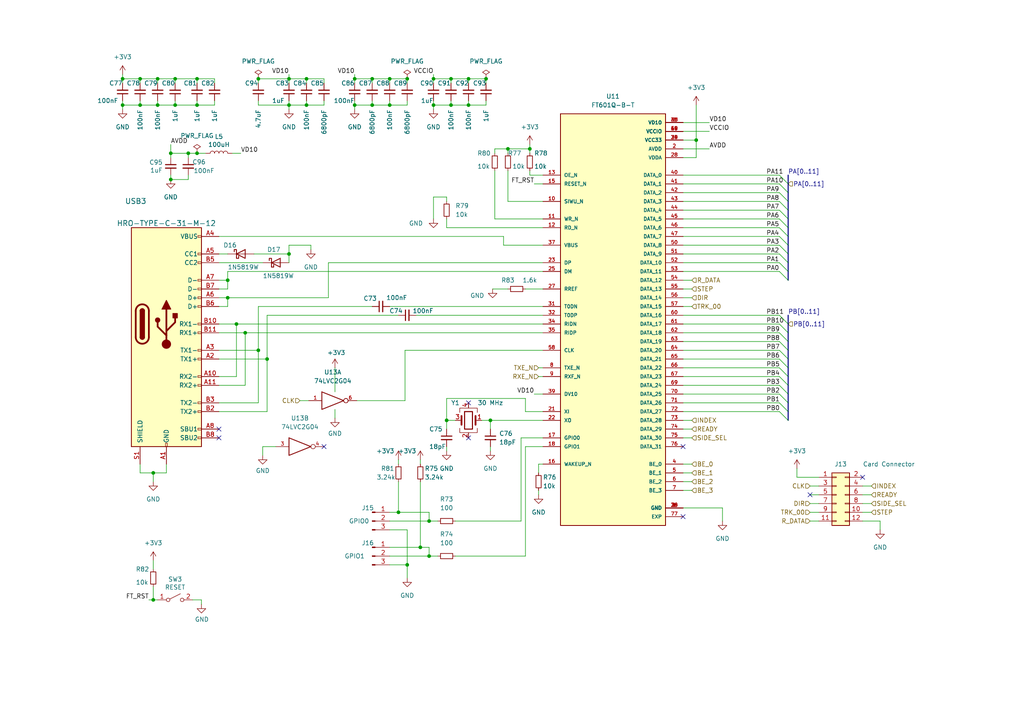
<source format=kicad_sch>
(kicad_sch (version 20211123) (generator eeschema)
  (paper "A4")
  (lib_symbols
    (symbol "74xGxx:74LVC2G04" (pin_names (offset 1.016))
      (property "Reference" "U" (at -2.54 3.81 0))
      (property "Value" "74LVC2G04" (at 0 -3.81 0))
      (symbol "74LVC2G04_0_1"
        (pin power_in line (at 0 -2.54 270) (length 0) hide (name "GND") (number "2"))
        (pin power_in line (at 0 2.54 90) (length 0) hide (name "VCC") (number "5"))
      )
      (symbol "74LVC2G04_1_1"
        (pin input line (at -7.62 0 0) (length 3.81) (name "~") (number "1"))
        (pin output inverted (at 6.35 0 180) (length 3.81) (name "~") (number "6"))
      )
      (symbol "74LVC2G04_2_1"
        (pin input line (at -7.62 0 0) (length 3.81) (name "~") (number "3"))
        (pin output inverted (at 6.35 0 180) (length 3.81) (name "~") (number "4"))
      )
    )
    (symbol "Connector:Conn_01x03_Male" (pin_names (offset 1.016) hide)
      (property "Reference" "J" (at 0 5.08 0))
      (property "Value" "Conn_01x03_Male" (at 0 -5.08 0))
      (symbol "Conn_01x03_Male_1_1"
        (pin passive line (at 5.08 2.54 180) (length 3.81) (name "Pin_1") (number "1"))
        (pin passive line (at 5.08 0 180) (length 3.81) (name "Pin_2") (number "2"))
        (pin passive line (at 5.08 -2.54 180) (length 3.81) (name "Pin_3") (number "3"))
      )
    )
    (symbol "Connector:USB_C_Receptacle" (pin_names (offset 1.016))
      (property "Reference" "J" (at -10.16 29.21 0))
      (property "Value" "USB_C_Receptacle" (at 10.16 29.21 0))
      (symbol "USB_C_Receptacle_1_1"
        (pin passive line (at 0 -40.64 90) (length 5.08) (name "GND") (number "A1"))
        (pin bidirectional line (at 15.24 -15.24 180) (length 5.08) (name "RX2-") (number "A10"))
        (pin bidirectional line (at 15.24 -17.78 180) (length 5.08) (name "RX2+") (number "A11"))
        (pin passive line (at 0 -40.64 90) (length 5.08) hide (name "GND") (number "A12"))
        (pin bidirectional line (at 15.24 -10.16 180) (length 5.08) (name "TX1+") (number "A2"))
        (pin bidirectional line (at 15.24 -7.62 180) (length 5.08) (name "TX1-") (number "A3"))
        (pin passive line (at 15.24 25.4 180) (length 5.08) (name "VBUS") (number "A4"))
        (pin bidirectional line (at 15.24 20.32 180) (length 5.08) (name "CC1") (number "A5"))
        (pin bidirectional line (at 15.24 7.62 180) (length 5.08) (name "D+") (number "A6"))
        (pin bidirectional line (at 15.24 12.7 180) (length 5.08) (name "D-") (number "A7"))
        (pin bidirectional line (at 15.24 -30.48 180) (length 5.08) (name "SBU1") (number "A8"))
        (pin passive line (at 15.24 25.4 180) (length 5.08) hide (name "VBUS") (number "A9"))
        (pin passive line (at 0 -40.64 90) (length 5.08) hide (name "GND") (number "B1"))
        (pin bidirectional line (at 15.24 0 180) (length 5.08) (name "RX1-") (number "B10"))
        (pin bidirectional line (at 15.24 -2.54 180) (length 5.08) (name "RX1+") (number "B11"))
        (pin passive line (at 0 -40.64 90) (length 5.08) hide (name "GND") (number "B12"))
        (pin bidirectional line (at 15.24 -25.4 180) (length 5.08) (name "TX2+") (number "B2"))
        (pin bidirectional line (at 15.24 -22.86 180) (length 5.08) (name "TX2-") (number "B3"))
        (pin passive line (at 15.24 25.4 180) (length 5.08) hide (name "VBUS") (number "B4"))
        (pin bidirectional line (at 15.24 17.78 180) (length 5.08) (name "CC2") (number "B5"))
        (pin bidirectional line (at 15.24 5.08 180) (length 5.08) (name "D+") (number "B6"))
        (pin bidirectional line (at 15.24 10.16 180) (length 5.08) (name "D-") (number "B7"))
        (pin bidirectional line (at 15.24 -33.02 180) (length 5.08) (name "SBU2") (number "B8"))
        (pin passive line (at 15.24 25.4 180) (length 5.08) hide (name "VBUS") (number "B9"))
        (pin passive line (at -7.62 -40.64 90) (length 5.08) (name "SHIELD") (number "S1"))
      )
    )
    (symbol "Connector_Generic:Conn_02x06_Odd_Even" (pin_names (offset 1.016) hide)
      (property "Reference" "J" (at 1.27 7.62 0))
      (property "Value" "Conn_02x06_Odd_Even" (at 1.27 -10.16 0))
      (symbol "Conn_02x06_Odd_Even_1_1"
        (pin passive line (at -5.08 5.08 0) (length 3.81) (name "Pin_1") (number "1"))
        (pin passive line (at 7.62 -5.08 180) (length 3.81) (name "Pin_10") (number "10"))
        (pin passive line (at -5.08 -7.62 0) (length 3.81) (name "Pin_11") (number "11"))
        (pin passive line (at 7.62 -7.62 180) (length 3.81) (name "Pin_12") (number "12"))
        (pin passive line (at 7.62 5.08 180) (length 3.81) (name "Pin_2") (number "2"))
        (pin passive line (at -5.08 2.54 0) (length 3.81) (name "Pin_3") (number "3"))
        (pin passive line (at 7.62 2.54 180) (length 3.81) (name "Pin_4") (number "4"))
        (pin passive line (at -5.08 0 0) (length 3.81) (name "Pin_5") (number "5"))
        (pin passive line (at 7.62 0 180) (length 3.81) (name "Pin_6") (number "6"))
        (pin passive line (at -5.08 -2.54 0) (length 3.81) (name "Pin_7") (number "7"))
        (pin passive line (at 7.62 -2.54 180) (length 3.81) (name "Pin_8") (number "8"))
        (pin passive line (at -5.08 -5.08 0) (length 3.81) (name "Pin_9") (number "9"))
      )
    )
    (symbol "Device:C_Small" (pin_numbers hide) (pin_names (offset 0.254) hide)
      (property "Reference" "C" (at 0.254 1.778 0))
      (property "Value" "C_Small" (at 0.254 -2.032 0))
      (symbol "C_Small_1_1"
        (pin passive line (at 0 2.54 270) (length 2.032) (name "~") (number "1"))
        (pin passive line (at 0 -2.54 90) (length 2.032) (name "~") (number "2"))
      )
    )
    (symbol "Device:Crystal_GND24" (pin_names (offset 1.016) hide)
      (property "Reference" "Y" (at 3.175 5.08 0))
      (property "Value" "Crystal_GND24" (at 3.175 3.175 0))
      (symbol "Crystal_GND24_1_1"
        (pin passive line (at -3.81 0 0) (length 1.27) (name "1") (number "1"))
        (pin passive line (at 0 5.08 270) (length 1.27) (name "2") (number "2"))
        (pin passive line (at 3.81 0 180) (length 1.27) (name "3") (number "3"))
        (pin passive line (at 0 -5.08 90) (length 1.27) (name "4") (number "4"))
      )
    )
    (symbol "Device:D_Schottky" (pin_numbers hide) (pin_names (offset 1.016) hide)
      (property "Reference" "D" (at 0 2.54 0))
      (property "Value" "D_Schottky" (at 0 -2.54 0))
      (symbol "D_Schottky_1_1"
        (pin passive line (at -3.81 0 0) (length 2.54) (name "K") (number "1"))
        (pin passive line (at 3.81 0 180) (length 2.54) (name "A") (number "2"))
      )
    )
    (symbol "Device:L" (pin_numbers hide) (pin_names (offset 1.016) hide)
      (property "Reference" "L" (at -1.27 0 90))
      (property "Value" "L" (at 1.905 0 90))
      (symbol "L_1_1"
        (pin passive line (at 0 3.81 270) (length 1.27) (name "1") (number "1"))
        (pin passive line (at 0 -3.81 90) (length 1.27) (name "2") (number "2"))
      )
    )
    (symbol "Device:R_Small" (pin_numbers hide) (pin_names (offset 0.254) hide)
      (property "Reference" "R" (at 0.762 0.508 0))
      (property "Value" "R_Small" (at 0.762 -1.016 0))
      (symbol "R_Small_1_1"
        (pin passive line (at 0 2.54 270) (length 0.762) (name "~") (number "1"))
        (pin passive line (at 0 -2.54 90) (length 0.762) (name "~") (number "2"))
      )
    )
    (symbol "Greaseweazle:FT601Q-B-T" (pin_names (offset 1.016))
      (property "Reference" "U" (at -15.24 60.9854 0))
      (property "Value" "FT601Q-B-T" (at -15.2654 -61.0362 0))
      (symbol "FT601Q-B-T_0_0"
        (pin power_in line (at 20.32 -53.34 180) (length 5.08) (name "GND") (number "1"))
        (pin input line (at -20.32 35.56 0) (length 5.08) (name "SIWU_N") (number "10"))
        (pin input line (at -20.32 30.48 0) (length 5.08) (name "WR_N") (number "11"))
        (pin input line (at -20.32 27.94 0) (length 5.08) (name "RD_N") (number "12"))
        (pin input line (at -20.32 43.18 0) (length 5.08) (name "OE_N") (number "13"))
        (pin power_in line (at 20.32 55.88 180) (length 5.08) (name "VCCIO") (number "14"))
        (pin input line (at -20.32 40.64 0) (length 5.08) (name "RESET_N") (number "15"))
        (pin bidirectional line (at -20.32 -40.64 0) (length 5.08) (name "WAKEUP_N") (number "16"))
        (pin bidirectional line (at -20.32 -33.02 0) (length 5.08) (name "GPIO0") (number "17"))
        (pin bidirectional line (at -20.32 -35.56 0) (length 5.08) (name "GPIO1") (number "18"))
        (pin power_in line (at 20.32 50.8 180) (length 5.08) (name "AVDD") (number "2"))
        (pin power_in line (at 20.32 53.34 180) (length 5.08) (name "VCC33") (number "20"))
        (pin input line (at -20.32 -25.4 0) (length 5.08) (name "XI") (number "21"))
        (pin output line (at -20.32 -27.94 0) (length 5.08) (name "XO") (number "22"))
        (pin bidirectional line (at -20.32 17.78 0) (length 5.08) (name "DP") (number "23"))
        (pin power_in line (at 20.32 53.34 180) (length 5.08) (name "VCC33") (number "24"))
        (pin bidirectional line (at -20.32 15.24 0) (length 5.08) (name "DM") (number "25"))
        (pin power_in line (at 20.32 -53.34 180) (length 5.08) (name "GND") (number "26"))
        (pin input line (at -20.32 10.16 0) (length 5.08) (name "RREF") (number "27"))
        (pin power_in line (at 20.32 48.26 180) (length 5.08) (name "VDDA") (number "28"))
        (pin power_in line (at 20.32 -53.34 180) (length 5.08) (name "GND") (number "29"))
        (pin power_in line (at 20.32 58.42 180) (length 5.08) (name "VD10") (number "3"))
        (pin power_in line (at 20.32 58.42 180) (length 5.08) (name "VD10") (number "30"))
        (pin output line (at -20.32 5.08 0) (length 5.08) (name "T0DN") (number "31"))
        (pin output line (at -20.32 2.54 0) (length 5.08) (name "T0DP") (number "32"))
        (pin power_in line (at 20.32 58.42 180) (length 5.08) (name "VD10") (number "33"))
        (pin input line (at -20.32 0 0) (length 5.08) (name "RIDN") (number "34"))
        (pin input line (at -20.32 -2.54 0) (length 5.08) (name "RIDP") (number "35"))
        (pin power_in line (at 20.32 -53.34 180) (length 5.08) (name "GND") (number "36"))
        (pin input line (at -20.32 22.86 0) (length 5.08) (name "VBUS") (number "37"))
        (pin power_in line (at 20.32 53.34 180) (length 5.08) (name "VCC33") (number "38"))
        (pin output line (at -20.32 -20.32 0) (length 5.08) (name "DV10") (number "39"))
        (pin bidirectional line (at 20.32 -40.64 180) (length 5.08) (name "BE_0") (number "4"))
        (pin bidirectional line (at 20.32 43.18 180) (length 5.08) (name "DATA_0") (number "40"))
        (pin bidirectional line (at 20.32 40.64 180) (length 5.08) (name "DATA_1") (number "41"))
        (pin bidirectional line (at 20.32 38.1 180) (length 5.08) (name "DATA_2") (number "42"))
        (pin bidirectional line (at 20.32 35.56 180) (length 5.08) (name "DATA_3") (number "43"))
        (pin bidirectional line (at 20.32 33.02 180) (length 5.08) (name "DATA_4") (number "44"))
        (pin bidirectional line (at 20.32 30.48 180) (length 5.08) (name "DATA_5") (number "45"))
        (pin bidirectional line (at 20.32 27.94 180) (length 5.08) (name "DATA_6") (number "46"))
        (pin bidirectional line (at 20.32 25.4 180) (length 5.08) (name "DATA_7") (number "47"))
        (pin power_in line (at 20.32 58.42 180) (length 5.08) (name "VD10") (number "48"))
        (pin power_in line (at 20.32 55.88 180) (length 5.08) (name "VCCIO") (number "49"))
        (pin bidirectional line (at 20.32 -43.18 180) (length 5.08) (name "BE_1") (number "5"))
        (pin bidirectional line (at 20.32 22.86 180) (length 5.08) (name "DATA_8") (number "50"))
        (pin bidirectional line (at 20.32 20.32 180) (length 5.08) (name "DATA_9") (number "51"))
        (pin bidirectional line (at 20.32 17.78 180) (length 5.08) (name "DATA_10") (number "52"))
        (pin bidirectional line (at 20.32 15.24 180) (length 5.08) (name "DATA_11") (number "53"))
        (pin bidirectional line (at 20.32 12.7 180) (length 5.08) (name "DATA_12") (number "54"))
        (pin bidirectional line (at 20.32 10.16 180) (length 5.08) (name "DATA_13") (number "55"))
        (pin bidirectional line (at 20.32 7.62 180) (length 5.08) (name "DATA_14") (number "56"))
        (pin bidirectional line (at 20.32 5.08 180) (length 5.08) (name "DATA_15") (number "57"))
        (pin output line (at -20.32 -7.62 0) (length 5.08) (name "CLK") (number "58"))
        (pin power_in line (at 20.32 55.88 180) (length 5.08) (name "VCCIO") (number "59"))
        (pin bidirectional line (at 20.32 -45.72 180) (length 5.08) (name "BE_2") (number "6"))
        (pin bidirectional line (at 20.32 2.54 180) (length 5.08) (name "DATA_16") (number "60"))
        (pin bidirectional line (at 20.32 0 180) (length 5.08) (name "DATA_17") (number "61"))
        (pin bidirectional line (at 20.32 -2.54 180) (length 5.08) (name "DATA_18") (number "62"))
        (pin bidirectional line (at 20.32 -5.08 180) (length 5.08) (name "DATA_19") (number "63"))
        (pin bidirectional line (at 20.32 -7.62 180) (length 5.08) (name "DATA_20") (number "64"))
        (pin bidirectional line (at 20.32 -10.16 180) (length 5.08) (name "DATA_21") (number "65"))
        (pin bidirectional line (at 20.32 -12.7 180) (length 5.08) (name "DATA_22") (number "66"))
        (pin bidirectional line (at 20.32 -15.24 180) (length 5.08) (name "DATA_23") (number "67"))
        (pin power_in line (at 20.32 55.88 180) (length 5.08) (name "VCCIO") (number "68"))
        (pin bidirectional line (at 20.32 -17.78 180) (length 5.08) (name "DATA_24") (number "69"))
        (pin bidirectional line (at 20.32 -48.26 180) (length 5.08) (name "BE_3") (number "7"))
        (pin bidirectional line (at 20.32 -20.32 180) (length 5.08) (name "DATA_25") (number "70"))
        (pin bidirectional line (at 20.32 -22.86 180) (length 5.08) (name "DATA_26") (number "71"))
        (pin bidirectional line (at 20.32 -25.4 180) (length 5.08) (name "DATA_27") (number "72"))
        (pin bidirectional line (at 20.32 -27.94 180) (length 5.08) (name "DATA_28") (number "73"))
        (pin bidirectional line (at 20.32 -30.48 180) (length 5.08) (name "DATA_29") (number "74"))
        (pin bidirectional line (at 20.32 -33.02 180) (length 5.08) (name "DATA_30") (number "75"))
        (pin bidirectional line (at 20.32 -35.56 180) (length 5.08) (name "DATA_31") (number "76"))
        (pin power_in line (at 20.32 -55.88 180) (length 5.08) (name "EXP") (number "77"))
        (pin output line (at -20.32 -12.7 0) (length 5.08) (name "TXE_N") (number "8"))
        (pin output line (at -20.32 -15.24 0) (length 5.08) (name "RXF_N") (number "9"))
      )
    )
    (symbol "Switch:SW_SPST" (pin_names (offset 0) hide)
      (property "Reference" "SW" (at 0 3.175 0))
      (property "Value" "SW_SPST" (at 0 -2.54 0))
      (symbol "SW_SPST_1_1"
        (pin passive line (at -5.08 0 0) (length 2.54) (name "A") (number "1"))
        (pin passive line (at 5.08 0 180) (length 2.54) (name "B") (number "2"))
      )
    )
    (symbol "power:+3V3" (power) (pin_names (offset 0))
      (property "Value" "+3V3" (at 0 3.556 0))
      (symbol "+3V3_1_1"
        (pin power_in line (at 0 0 90) (length 0) hide (name "+3V3") (number "1"))
      )
    )
    (symbol "power:GND" (power) (pin_names (offset 0))
      (property "Value" "GND" (at 0 -3.81 0))
      (symbol "GND_1_1"
        (pin power_in line (at 0 0 270) (length 0) hide (name "GND") (number "1"))
      )
    )
    (symbol "power:PWR_FLAG" (power) (pin_numbers hide) (pin_names (offset 0) hide)
      (property "Value" "PWR_FLAG" (at 0 3.81 0))
      (symbol "PWR_FLAG_0_0"
        (pin power_out line (at 0 0 90) (length 0) (name "pwr") (number "1"))
      )
    )
  )
  (junction (at 130.81 30.48))
  (junction (at 50.8 30.48))
  (junction (at 83.82 73.66))
  (junction (at 153.67 43.18))
  (junction (at 66.04 86.36))
  (junction (at 54.61 44.45))
  (junction (at 40.64 30.48))
  (junction (at 118.11 163.83))
  (junction (at 201.93 40.64))
  (junction (at 121.92 158.75))
  (junction (at 66.04 81.28))
  (junction (at 77.47 104.14))
  (junction (at 129.54 121.92))
  (junction (at 74.93 22.86))
  (junction (at 113.03 22.86))
  (junction (at 83.82 22.86))
  (junction (at 102.87 22.86))
  (junction (at 44.45 173.99))
  (junction (at 102.87 30.48))
  (junction (at 124.46 161.29))
  (junction (at 45.72 30.48))
  (junction (at 147.32 43.18))
  (junction (at 130.81 22.86))
  (junction (at 88.9 30.48))
  (junction (at 35.56 22.86))
  (junction (at 140.97 22.86))
  (junction (at 115.57 148.59))
  (junction (at 113.03 30.48))
  (junction (at 124.46 151.13))
  (junction (at 125.73 22.86))
  (junction (at 142.24 121.92))
  (junction (at 49.53 52.07))
  (junction (at 118.11 22.86))
  (junction (at 74.93 101.6))
  (junction (at 107.95 22.86))
  (junction (at 57.15 30.48))
  (junction (at 71.12 96.52))
  (junction (at 107.95 30.48))
  (junction (at 135.89 22.86))
  (junction (at 44.45 137.16))
  (junction (at 49.53 44.45))
  (junction (at 40.64 22.86))
  (junction (at 57.15 22.86))
  (junction (at 83.82 30.48))
  (junction (at 50.8 22.86))
  (junction (at 57.15 44.45))
  (junction (at 135.89 30.48))
  (junction (at 68.58 93.98))
  (junction (at 45.72 22.86))
  (junction (at 125.73 30.48))
  (junction (at 35.56 30.48))
  (junction (at 88.9 22.86))
  (no_connect (at 250.19 138.43))
  (no_connect (at 135.89 127))
  (no_connect (at 198.12 129.54))
  (no_connect (at 198.12 149.86))
  (no_connect (at 135.89 116.84))
  (no_connect (at 63.5 124.46))
  (no_connect (at 63.5 127))
  (no_connect (at 234.95 143.51))
  (no_connect (at 93.98 129.54))
  (bus_entry (at 226.06 60.96) (size 2.54 2.54))
  (bus_entry (at 226.06 76.2) (size 2.54 2.54))
  (bus_entry (at 226.06 104.14) (size 2.54 2.54))
  (bus_entry (at 226.06 96.52) (size 2.54 2.54))
  (bus_entry (at 226.06 71.12) (size 2.54 2.54))
  (bus_entry (at 226.06 66.04) (size 2.54 2.54))
  (bus_entry (at 226.06 68.58) (size 2.54 2.54))
  (bus_entry (at 226.06 116.84) (size 2.54 2.54))
  (bus_entry (at 226.06 78.74) (size 2.54 2.54))
  (bus_entry (at 226.06 73.66) (size 2.54 2.54))
  (bus_entry (at 226.06 109.22) (size 2.54 2.54))
  (bus_entry (at 226.06 111.76) (size 2.54 2.54))
  (bus_entry (at 226.06 93.98) (size 2.54 2.54))
  (bus_entry (at 226.06 55.88) (size 2.54 2.54))
  (bus_entry (at 226.06 99.06) (size 2.54 2.54))
  (bus_entry (at 226.06 101.6) (size 2.54 2.54))
  (bus_entry (at 226.06 119.38) (size 2.54 2.54))
  (bus_entry (at 226.06 106.68) (size 2.54 2.54))
  (bus_entry (at 226.06 50.8) (size 2.54 2.54))
  (bus_entry (at 226.06 91.44) (size 2.54 2.54))
  (bus_entry (at 226.06 114.3) (size 2.54 2.54))
  (bus_entry (at 226.06 53.34) (size 2.54 2.54))
  (bus_entry (at 226.06 58.42) (size 2.54 2.54))
  (bus_entry (at 226.06 63.5) (size 2.54 2.54))
  (bus (pts (xy 228.6 53.34) (xy 228.6 55.88)))
  (wire (pts (xy 102.87 21.59) (xy 102.87 22.86)))
  (wire (pts (xy 198.12 78.74) (xy 226.06 78.74)))
  (wire (pts (xy 88.9 22.86) (xy 93.98 22.86)))
  (wire (pts (xy 198.12 83.82) (xy 200.66 83.82)))
  (wire (pts (xy 62.23 30.48) (xy 62.23 29.21)))
  (wire (pts (xy 151.13 127) (xy 151.13 151.13)))
  (wire (pts (xy 198.12 93.98) (xy 226.06 93.98)))
  (wire (pts (xy 55.88 173.99) (xy 58.42 173.99)))
  (bus (pts (xy 228.6 50.8) (xy 228.6 53.34)))
  (wire (pts (xy 40.64 30.48) (xy 40.64 29.21)))
  (wire (pts (xy 44.45 162.56) (xy 44.45 165.1)))
  (wire (pts (xy 44.45 170.18) (xy 44.45 173.99)))
  (wire (pts (xy 88.9 22.86) (xy 88.9 24.13)))
  (bus (pts (xy 228.6 71.12) (xy 228.6 73.66)))
  (wire (pts (xy 57.15 22.86) (xy 62.23 22.86)))
  (wire (pts (xy 67.31 44.45) (xy 69.85 44.45)))
  (wire (pts (xy 50.8 22.86) (xy 50.8 24.13)))
  (wire (pts (xy 140.97 22.86) (xy 140.97 24.13)))
  (wire (pts (xy 113.03 153.67) (xy 118.11 153.67)))
  (wire (pts (xy 97.155 118.745) (xy 97.155 121.285)))
  (bus (pts (xy 228.6 60.96) (xy 228.6 63.5)))
  (wire (pts (xy 124.46 148.59) (xy 124.46 151.13)))
  (wire (pts (xy 35.56 21.59) (xy 35.56 22.86)))
  (wire (pts (xy 107.95 30.48) (xy 107.95 29.21)))
  (wire (pts (xy 83.82 22.86) (xy 83.82 24.13)))
  (wire (pts (xy 115.57 148.59) (xy 124.46 148.59)))
  (wire (pts (xy 74.93 116.84) (xy 74.93 101.6)))
  (wire (pts (xy 125.73 57.15) (xy 129.54 57.15)))
  (wire (pts (xy 35.56 22.86) (xy 40.64 22.86)))
  (wire (pts (xy 40.64 22.86) (xy 40.64 24.13)))
  (bus (pts (xy 228.6 106.68) (xy 228.6 109.22)))
  (wire (pts (xy 198.12 71.12) (xy 226.06 71.12)))
  (wire (pts (xy 86.995 116.205) (xy 89.535 116.205)))
  (wire (pts (xy 154.94 114.3) (xy 157.48 114.3)))
  (wire (pts (xy 234.95 140.97) (xy 237.49 140.97)))
  (wire (pts (xy 153.67 41.91) (xy 153.67 43.18)))
  (wire (pts (xy 35.56 30.48) (xy 40.64 30.48)))
  (wire (pts (xy 140.97 30.48) (xy 140.97 29.21)))
  (wire (pts (xy 74.93 22.86) (xy 83.82 22.86)))
  (wire (pts (xy 95.25 86.36) (xy 95.25 76.2)))
  (wire (pts (xy 143.51 49.53) (xy 143.51 63.5)))
  (wire (pts (xy 63.5 81.28) (xy 66.04 81.28)))
  (wire (pts (xy 63.5 116.84) (xy 74.93 116.84)))
  (wire (pts (xy 107.95 30.48) (xy 113.03 30.48)))
  (bus (pts (xy 228.6 68.58) (xy 228.6 71.12)))
  (wire (pts (xy 234.95 148.59) (xy 237.49 148.59)))
  (wire (pts (xy 198.12 55.88) (xy 226.06 55.88)))
  (bus (pts (xy 228.6 63.5) (xy 228.6 66.04)))
  (wire (pts (xy 88.9 30.48) (xy 88.9 29.21)))
  (wire (pts (xy 58.42 173.99) (xy 58.42 175.26)))
  (wire (pts (xy 125.73 21.59) (xy 125.73 22.86)))
  (wire (pts (xy 156.21 109.22) (xy 157.48 109.22)))
  (bus (pts (xy 228.6 93.98) (xy 228.6 96.52)))
  (wire (pts (xy 125.73 29.21) (xy 125.73 30.48)))
  (wire (pts (xy 198.12 86.36) (xy 200.66 86.36)))
  (wire (pts (xy 129.54 115.57) (xy 129.54 121.92)))
  (wire (pts (xy 250.19 146.05) (xy 252.73 146.05)))
  (wire (pts (xy 121.92 133.35) (xy 121.92 134.62)))
  (wire (pts (xy 142.24 121.92) (xy 157.48 121.92)))
  (wire (pts (xy 198.12 109.22) (xy 226.06 109.22)))
  (wire (pts (xy 66.04 81.28) (xy 66.04 83.82)))
  (wire (pts (xy 45.72 30.48) (xy 45.72 29.21)))
  (wire (pts (xy 66.04 78.74) (xy 66.04 81.28)))
  (wire (pts (xy 74.93 88.9) (xy 74.93 101.6)))
  (wire (pts (xy 57.15 44.45) (xy 54.61 44.45)))
  (wire (pts (xy 120.65 91.44) (xy 157.48 91.44)))
  (wire (pts (xy 231.14 138.43) (xy 237.49 138.43)))
  (wire (pts (xy 154.94 53.34) (xy 157.48 53.34)))
  (wire (pts (xy 49.53 44.45) (xy 49.53 45.72)))
  (wire (pts (xy 66.04 86.36) (xy 95.25 86.36)))
  (wire (pts (xy 50.8 22.86) (xy 57.15 22.86)))
  (wire (pts (xy 129.54 63.5) (xy 129.54 66.04)))
  (wire (pts (xy 198.12 101.6) (xy 226.06 101.6)))
  (wire (pts (xy 48.26 137.16) (xy 48.26 134.62)))
  (wire (pts (xy 153.67 50.8) (xy 157.48 50.8)))
  (wire (pts (xy 124.46 151.13) (xy 127 151.13)))
  (wire (pts (xy 198.12 124.46) (xy 200.66 124.46)))
  (wire (pts (xy 198.12 50.8) (xy 226.06 50.8)))
  (wire (pts (xy 152.4 161.29) (xy 132.08 161.29)))
  (wire (pts (xy 43.18 173.99) (xy 44.45 173.99)))
  (wire (pts (xy 198.12 68.58) (xy 226.06 68.58)))
  (wire (pts (xy 88.9 30.48) (xy 93.98 30.48)))
  (wire (pts (xy 118.11 163.83) (xy 113.03 163.83)))
  (wire (pts (xy 135.89 30.48) (xy 135.89 29.21)))
  (wire (pts (xy 129.54 57.15) (xy 129.54 58.42)))
  (bus (pts (xy 228.6 73.66) (xy 228.6 76.2)))
  (wire (pts (xy 71.12 96.52) (xy 157.48 96.52)))
  (wire (pts (xy 63.5 109.22) (xy 68.58 109.22)))
  (wire (pts (xy 157.48 129.54) (xy 152.4 129.54)))
  (wire (pts (xy 83.82 21.59) (xy 83.82 22.86)))
  (wire (pts (xy 83.82 30.48) (xy 88.9 30.48)))
  (bus (pts (xy 228.6 66.04) (xy 228.6 68.58)))
  (wire (pts (xy 198.12 81.28) (xy 200.66 81.28)))
  (wire (pts (xy 231.14 135.89) (xy 231.14 138.43)))
  (wire (pts (xy 63.5 104.14) (xy 77.47 104.14)))
  (wire (pts (xy 35.56 22.86) (xy 35.56 24.13)))
  (wire (pts (xy 153.67 49.53) (xy 153.67 50.8)))
  (wire (pts (xy 132.08 121.92) (xy 129.54 121.92)))
  (wire (pts (xy 143.51 43.18) (xy 147.32 43.18)))
  (bus (pts (xy 228.6 91.44) (xy 228.6 93.98)))
  (wire (pts (xy 125.73 22.86) (xy 130.81 22.86)))
  (wire (pts (xy 102.87 30.48) (xy 107.95 30.48)))
  (wire (pts (xy 156.21 142.24) (xy 156.21 143.51)))
  (wire (pts (xy 57.15 30.48) (xy 57.15 29.21)))
  (wire (pts (xy 234.95 151.13) (xy 237.49 151.13)))
  (wire (pts (xy 130.81 22.86) (xy 135.89 22.86)))
  (bus (pts (xy 228.6 111.76) (xy 228.6 114.3)))
  (wire (pts (xy 142.875 83.82) (xy 147.32 83.82)))
  (wire (pts (xy 83.82 29.21) (xy 83.82 30.48)))
  (wire (pts (xy 113.03 88.9) (xy 157.48 88.9)))
  (bus (pts (xy 228.6 114.3) (xy 228.6 116.84)))
  (wire (pts (xy 103.505 116.205) (xy 117.475 116.205)))
  (wire (pts (xy 44.45 173.99) (xy 45.72 173.99)))
  (wire (pts (xy 153.67 43.18) (xy 153.67 44.45)))
  (wire (pts (xy 152.4 83.82) (xy 157.48 83.82)))
  (bus (pts (xy 228.6 78.74) (xy 228.6 81.28)))
  (wire (pts (xy 71.12 111.76) (xy 63.5 111.76)))
  (wire (pts (xy 198.12 121.92) (xy 200.66 121.92)))
  (wire (pts (xy 77.47 119.38) (xy 77.47 104.14)))
  (bus (pts (xy 228.6 119.38) (xy 228.6 121.92)))
  (wire (pts (xy 118.11 22.86) (xy 118.11 24.13)))
  (wire (pts (xy 63.5 101.6) (xy 74.93 101.6)))
  (wire (pts (xy 135.89 30.48) (xy 140.97 30.48)))
  (wire (pts (xy 125.73 22.86) (xy 125.73 24.13)))
  (wire (pts (xy 118.11 30.48) (xy 118.11 29.21)))
  (wire (pts (xy 146.05 71.12) (xy 157.48 71.12)))
  (wire (pts (xy 198.12 137.16) (xy 200.66 137.16)))
  (wire (pts (xy 198.12 73.66) (xy 226.06 73.66)))
  (wire (pts (xy 198.12 111.76) (xy 226.06 111.76)))
  (wire (pts (xy 54.61 52.07) (xy 54.61 50.8)))
  (wire (pts (xy 198.12 88.9) (xy 200.66 88.9)))
  (wire (pts (xy 74.93 88.9) (xy 107.95 88.9)))
  (wire (pts (xy 95.25 76.2) (xy 157.48 76.2)))
  (wire (pts (xy 50.8 30.48) (xy 50.8 29.21)))
  (wire (pts (xy 113.03 22.86) (xy 113.03 24.13)))
  (wire (pts (xy 49.53 41.91) (xy 49.53 44.45)))
  (wire (pts (xy 129.54 129.54) (xy 129.54 130.81)))
  (wire (pts (xy 45.72 22.86) (xy 45.72 24.13)))
  (wire (pts (xy 83.82 71.12) (xy 90.17 71.12)))
  (wire (pts (xy 57.15 22.86) (xy 57.15 24.13)))
  (wire (pts (xy 59.69 44.45) (xy 57.15 44.45)))
  (wire (pts (xy 63.5 96.52) (xy 71.12 96.52)))
  (wire (pts (xy 76.2 129.54) (xy 80.01 129.54)))
  (wire (pts (xy 250.19 148.59) (xy 252.73 148.59)))
  (wire (pts (xy 54.61 44.45) (xy 54.61 45.72)))
  (wire (pts (xy 198.12 91.44) (xy 226.06 91.44)))
  (wire (pts (xy 93.98 30.48) (xy 93.98 29.21)))
  (wire (pts (xy 83.82 30.48) (xy 83.82 31.75)))
  (wire (pts (xy 49.53 52.07) (xy 49.53 50.8)))
  (bus (pts (xy 228.6 76.2) (xy 228.6 78.74)))
  (wire (pts (xy 125.73 63.5) (xy 125.73 57.15)))
  (wire (pts (xy 255.27 151.13) (xy 255.27 153.67)))
  (wire (pts (xy 124.46 161.29) (xy 127 161.29)))
  (wire (pts (xy 63.5 73.66) (xy 66.04 73.66)))
  (wire (pts (xy 156.21 137.16) (xy 156.21 134.62)))
  (wire (pts (xy 198.12 106.68) (xy 226.06 106.68)))
  (wire (pts (xy 152.4 119.38) (xy 157.48 119.38)))
  (wire (pts (xy 198.12 35.56) (xy 205.74 35.56)))
  (wire (pts (xy 50.8 30.48) (xy 57.15 30.48)))
  (wire (pts (xy 115.57 139.7) (xy 115.57 148.59)))
  (wire (pts (xy 76.2 132.08) (xy 76.2 129.54)))
  (wire (pts (xy 198.12 139.7) (xy 200.66 139.7)))
  (wire (pts (xy 156.21 106.68) (xy 157.48 106.68)))
  (wire (pts (xy 135.89 22.86) (xy 135.89 24.13)))
  (wire (pts (xy 71.12 96.52) (xy 71.12 111.76)))
  (wire (pts (xy 198.12 114.3) (xy 226.06 114.3)))
  (wire (pts (xy 198.12 134.62) (xy 200.66 134.62)))
  (wire (pts (xy 44.45 137.16) (xy 44.45 139.7)))
  (wire (pts (xy 62.23 22.86) (xy 62.23 24.13)))
  (wire (pts (xy 201.93 45.72) (xy 201.93 40.64)))
  (wire (pts (xy 198.12 38.1) (xy 205.74 38.1)))
  (wire (pts (xy 117.475 116.205) (xy 117.475 101.6)))
  (wire (pts (xy 40.64 30.48) (xy 45.72 30.48)))
  (wire (pts (xy 129.54 115.57) (xy 152.4 115.57)))
  (wire (pts (xy 40.64 22.86) (xy 45.72 22.86)))
  (wire (pts (xy 139.7 121.92) (xy 142.24 121.92)))
  (bus (pts (xy 228.6 58.42) (xy 228.6 60.96)))
  (wire (pts (xy 83.82 73.66) (xy 83.82 71.12)))
  (wire (pts (xy 35.56 29.21) (xy 35.56 30.48)))
  (wire (pts (xy 73.66 73.66) (xy 83.82 73.66)))
  (wire (pts (xy 118.11 153.67) (xy 118.11 163.83)))
  (wire (pts (xy 68.58 109.22) (xy 68.58 93.98)))
  (wire (pts (xy 198.12 119.38) (xy 226.06 119.38)))
  (wire (pts (xy 113.03 30.48) (xy 118.11 30.48)))
  (wire (pts (xy 147.32 58.42) (xy 157.48 58.42)))
  (wire (pts (xy 45.72 22.86) (xy 50.8 22.86)))
  (wire (pts (xy 152.4 115.57) (xy 152.4 119.38)))
  (bus (pts (xy 228.6 104.14) (xy 228.6 106.68)))
  (wire (pts (xy 142.24 129.54) (xy 142.24 130.81)))
  (bus (pts (xy 228.6 101.6) (xy 228.6 104.14)))
  (wire (pts (xy 74.93 24.13) (xy 74.93 22.86)))
  (wire (pts (xy 147.32 49.53) (xy 147.32 58.42)))
  (wire (pts (xy 147.32 44.45) (xy 147.32 43.18)))
  (wire (pts (xy 198.12 63.5) (xy 226.06 63.5)))
  (wire (pts (xy 152.4 129.54) (xy 152.4 161.29)))
  (wire (pts (xy 57.15 30.48) (xy 62.23 30.48)))
  (wire (pts (xy 74.93 30.48) (xy 83.82 30.48)))
  (wire (pts (xy 113.03 22.86) (xy 118.11 22.86)))
  (wire (pts (xy 157.48 78.74) (xy 66.04 78.74)))
  (wire (pts (xy 113.03 158.75) (xy 121.92 158.75)))
  (wire (pts (xy 113.03 151.13) (xy 124.46 151.13)))
  (wire (pts (xy 121.92 139.7) (xy 121.92 158.75)))
  (wire (pts (xy 66.04 86.36) (xy 63.5 86.36)))
  (wire (pts (xy 209.55 147.32) (xy 209.55 151.13)))
  (wire (pts (xy 113.03 30.48) (xy 113.03 29.21)))
  (bus (pts (xy 228.6 109.22) (xy 228.6 111.76)))
  (wire (pts (xy 102.87 22.86) (xy 102.87 24.13)))
  (wire (pts (xy 143.51 44.45) (xy 143.51 43.18)))
  (wire (pts (xy 40.64 134.62) (xy 40.64 137.16)))
  (wire (pts (xy 143.51 63.5) (xy 157.48 63.5)))
  (wire (pts (xy 63.5 93.98) (xy 68.58 93.98)))
  (wire (pts (xy 142.24 121.92) (xy 142.24 124.46)))
  (wire (pts (xy 63.5 68.58) (xy 146.05 68.58)))
  (wire (pts (xy 77.47 104.14) (xy 77.47 91.44)))
  (wire (pts (xy 107.95 22.86) (xy 107.95 24.13)))
  (wire (pts (xy 63.5 119.38) (xy 77.47 119.38)))
  (bus (pts (xy 228.6 55.88) (xy 228.6 58.42)))
  (wire (pts (xy 129.54 66.04) (xy 157.48 66.04)))
  (wire (pts (xy 44.45 137.16) (xy 48.26 137.16)))
  (wire (pts (xy 198.12 43.18) (xy 205.74 43.18)))
  (wire (pts (xy 129.54 121.92) (xy 129.54 124.46)))
  (wire (pts (xy 132.08 151.13) (xy 151.13 151.13)))
  (wire (pts (xy 40.64 137.16) (xy 44.45 137.16)))
  (wire (pts (xy 93.98 22.86) (xy 93.98 24.13)))
  (wire (pts (xy 113.03 148.59) (xy 115.57 148.59)))
  (wire (pts (xy 63.5 76.2) (xy 76.2 76.2)))
  (wire (pts (xy 54.61 52.07) (xy 49.53 52.07)))
  (wire (pts (xy 198.12 142.24) (xy 200.66 142.24)))
  (wire (pts (xy 234.95 146.05) (xy 237.49 146.05)))
  (wire (pts (xy 125.73 30.48) (xy 125.73 31.75)))
  (wire (pts (xy 113.03 161.29) (xy 124.46 161.29)))
  (wire (pts (xy 198.12 76.2) (xy 226.06 76.2)))
  (wire (pts (xy 198.12 40.64) (xy 201.93 40.64)))
  (wire (pts (xy 97.155 106.68) (xy 97.155 113.665)))
  (wire (pts (xy 250.19 151.13) (xy 255.27 151.13)))
  (wire (pts (xy 198.12 66.04) (xy 226.06 66.04)))
  (wire (pts (xy 250.19 143.51) (xy 252.73 143.51)))
  (wire (pts (xy 156.21 134.62) (xy 157.48 134.62)))
  (wire (pts (xy 107.95 22.86) (xy 113.03 22.86)))
  (wire (pts (xy 102.87 22.86) (xy 107.95 22.86)))
  (bus (pts (xy 228.6 116.84) (xy 228.6 119.38)))
  (wire (pts (xy 135.89 22.86) (xy 140.97 22.86)))
  (wire (pts (xy 66.04 88.9) (xy 66.04 86.36)))
  (wire (pts (xy 121.92 158.75) (xy 124.46 158.75)))
  (wire (pts (xy 130.81 30.48) (xy 135.89 30.48)))
  (wire (pts (xy 102.87 29.21) (xy 102.87 30.48)))
  (wire (pts (xy 198.12 60.96) (xy 226.06 60.96)))
  (wire (pts (xy 198.12 53.34) (xy 226.06 53.34)))
  (wire (pts (xy 74.93 29.21) (xy 74.93 30.48)))
  (wire (pts (xy 124.46 158.75) (xy 124.46 161.29)))
  (wire (pts (xy 68.58 93.98) (xy 157.48 93.98)))
  (wire (pts (xy 83.82 22.86) (xy 88.9 22.86)))
  (wire (pts (xy 198.12 147.32) (xy 209.55 147.32)))
  (wire (pts (xy 77.47 91.44) (xy 115.57 91.44)))
  (wire (pts (xy 198.12 104.14) (xy 226.06 104.14)))
  (wire (pts (xy 198.12 45.72) (xy 201.93 45.72)))
  (bus (pts (xy 228.6 96.52) (xy 228.6 99.06)))
  (wire (pts (xy 115.57 133.35) (xy 115.57 134.62)))
  (wire (pts (xy 147.32 43.18) (xy 153.67 43.18)))
  (wire (pts (xy 234.95 143.51) (xy 237.49 143.51)))
  (wire (pts (xy 45.72 30.48) (xy 50.8 30.48)))
  (wire (pts (xy 66.04 83.82) (xy 63.5 83.82)))
  (wire (pts (xy 198.12 127) (xy 200.66 127)))
  (wire (pts (xy 90.17 71.12) (xy 90.17 72.39)))
  (wire (pts (xy 125.73 30.48) (xy 130.81 30.48)))
  (wire (pts (xy 83.82 73.66) (xy 83.82 76.2)))
  (wire (pts (xy 198.12 96.52) (xy 226.06 96.52)))
  (wire (pts (xy 102.87 30.48) (xy 102.87 31.75)))
  (wire (pts (xy 130.81 30.48) (xy 130.81 29.21)))
  (wire (pts (xy 198.12 58.42) (xy 226.06 58.42)))
  (wire (pts (xy 118.11 163.83) (xy 118.11 167.64)))
  (wire (pts (xy 198.12 116.84) (xy 226.06 116.84)))
  (bus (pts (xy 228.6 99.06) (xy 228.6 101.6)))
  (wire (pts (xy 130.81 22.86) (xy 130.81 24.13)))
  (wire (pts (xy 146.05 68.58) (xy 146.05 71.12)))
  (wire (pts (xy 157.48 127) (xy 151.13 127)))
  (wire (pts (xy 35.56 30.48) (xy 35.56 31.75)))
  (wire (pts (xy 250.19 140.97) (xy 252.73 140.97)))
  (wire (pts (xy 201.93 30.48) (xy 201.93 40.64)))
  (wire (pts (xy 198.12 99.06) (xy 226.06 99.06)))
  (wire (pts (xy 117.475 101.6) (xy 157.48 101.6)))
  (wire (pts (xy 54.61 44.45) (xy 49.53 44.45)))
  (wire (pts (xy 63.5 88.9) (xy 66.04 88.9)))
  (label "VD10" (at 154.94 114.3 180))
  (label "PB1" (at 222.25 116.84 0))
  (label "AVDD" (at 205.74 43.18 0))
  (label "PA8" (at 222.25 58.42 0))
  (label "FT_RST" (at 154.94 53.34 180))
  (label "PB2" (at 222.25 114.3 0))
  (label "PB11" (at 222.25 91.44 0))
  (label "PA5" (at 222.25 66.04 0))
  (label "PB5" (at 222.25 106.68 0))
  (label "PA3" (at 222.25 71.12 0))
  (label "VCCIO" (at 125.73 21.59 180))
  (label "PB9" (at 222.25 96.52 0))
  (label "AVDD" (at 49.53 41.91 0))
  (label "PA9" (at 222.25 55.88 0))
  (label "PA0" (at 222.25 78.74 0))
  (label "VD10" (at 83.82 21.59 180))
  (label "PA1" (at 222.25 76.2 0))
  (label "VD10" (at 205.74 35.56 0))
  (label "PA4" (at 222.25 68.58 0))
  (label "PB0" (at 222.25 119.38 0))
  (label "VD10" (at 102.87 21.59 180))
  (label "VCCIO" (at 205.74 38.1 0))
  (label "PA11" (at 222.25 50.8 0))
  (label "PA2" (at 222.25 73.66 0))
  (label "PB8" (at 222.25 99.06 0))
  (label "PB[0..11]" (at 228.6 91.44 0))
  (label "PB10" (at 222.25 93.98 0))
  (label "PB6" (at 222.25 104.14 0))
  (label "PB3" (at 222.25 111.76 0))
  (label "PA[0..11]" (at 228.6 50.8 0))
  (label "PA10" (at 222.25 53.34 0))
  (label "PA6" (at 222.25 63.5 0))
  (label "VD10" (at 69.85 44.45 0))
  (label "PB4" (at 222.25 109.22 0))
  (label "PB7" (at 222.25 101.6 0))
  (label "FT_RST" (at 43.18 173.99 180))
  (label "PA7" (at 222.25 60.96 0))
  (hierarchical_label "BE_3" (shape input) (at 200.66 142.24 0))
  (hierarchical_label "PA[0..11]" (shape input) (at 228.6 53.34 0))
  (hierarchical_label "DIR" (shape input) (at 200.66 86.36 0))
  (hierarchical_label "BE_1" (shape input) (at 200.66 137.16 0))
  (hierarchical_label "STEP" (shape input) (at 200.66 83.82 0))
  (hierarchical_label "RXE_N" (shape input) (at 156.21 109.22 180))
  (hierarchical_label "STEP" (shape input) (at 252.73 148.59 0))
  (hierarchical_label "READY" (shape input) (at 252.73 143.51 0))
  (hierarchical_label "PB[0..11]" (shape input) (at 228.6 93.98 0))
  (hierarchical_label "SIDE_SEL" (shape input) (at 252.73 146.05 0))
  (hierarchical_label "CLK" (shape input) (at 86.995 116.205 180))
  (hierarchical_label "BE_0" (shape input) (at 200.66 134.62 0))
  (hierarchical_label "SIDE_SEL" (shape input) (at 200.66 127 0))
  (hierarchical_label "BE_2" (shape input) (at 200.66 139.7 0))
  (hierarchical_label "R_DATA" (shape input) (at 200.66 81.28 0))
  (hierarchical_label "TRK_00" (shape input) (at 200.66 88.9 0))
  (hierarchical_label "TXE_N" (shape input) (at 156.21 106.68 180))
  (hierarchical_label "CLK" (shape input) (at 234.95 140.97 180))
  (hierarchical_label "READY" (shape input) (at 200.66 124.46 0))
  (hierarchical_label "R_DATA" (shape input) (at 234.95 151.13 180))
  (hierarchical_label "INDEX" (shape input) (at 200.66 121.92 0))
  (hierarchical_label "INDEX" (shape input) (at 252.73 140.97 0))
  (hierarchical_label "DIR" (shape input) (at 234.95 146.05 180))
  (hierarchical_label "TRK_00" (shape input) (at 234.95 148.59 180))
  (symbol (lib_id "power:GND") (at 142.875 83.82 0) (unit 1)
    (property "Reference" "#PWR0257" (effects hide))
    (property "Value" "GND" (at 138.43 85.725 0))
  )
  (symbol (lib_id "Device:C_Small") (at 49.53 48.26 0) (mirror y) (unit 1)
    (property "Reference" "C95" (at 47.1932 47.0916 0) (effects (justify left)))
    (property "Value" "1uF" (at 47.1932 49.403 0) (effects (justify left)))
    (property "Footprint" "Capacitor_SMD:C_0603_1608Metric" (effects hide))
    (property "LCSC" "C15849" (effects hide))
  )
  (symbol (lib_id "Device:R_Small") (at 129.54 151.13 90) (unit 1)
    (property "Reference" "R73" (at 129.54 144.78 90))
    (property "Value" "100" (at 129.54 147.32 90))
    (property "Footprint" "Resistor_SMD:R_0402_1005Metric" (effects hide))
    (property "LCSC" "C25076" (effects hide))
  )
  (symbol (lib_id "Device:C_Small") (at 118.11 26.67 180) (unit 1)
    (property "Reference" "C89" (at 118.11 24.13 0) (effects (justify left)))
    (property "Value" "6800pF" (at 118.11 31.75 90) (effects (justify left)))
    (property "Footprint" "Capacitor_SMD:C_0402_1005Metric" (effects hide))
    (property "LCSC" "C1542" (effects hide))
  )
  (symbol (lib_id "power:GND") (at 83.82 31.75 0) (unit 1)
    (property "Reference" "#PWR0232" (effects hide))
    (property "Value" "GND" (at 83.82 36.83 0))
  )
  (symbol (lib_id "Device:C_Small") (at 45.72 26.67 180) (unit 1)
    (property "Reference" "C79" (at 45.72 24.13 0) (effects (justify left)))
    (property "Value" "100nF" (at 45.72 31.75 90) (effects (justify left)))
    (property "Footprint" "Capacitor_SMD:C_0402_1005Metric" (effects hide))
    (property "LCSC" "C1525" (effects hide))
  )
  (symbol (lib_id "Connector_Generic:Conn_02x06_Odd_Even") (at 242.57 143.51 0) (unit 1)
    (property "Reference" "J13" (at 243.84 134.62 0))
    (property "Value" "Card Connector" (at 257.81 134.62 0))
    (property "Footprint" "Connector_IDC:IDC-Header_2x06_P2.54mm_Vertical" (effects hide))
  )
  (symbol (lib_id "Connector:Conn_01x03_Male") (at 107.95 151.13 0) (unit 1)
    (property "Reference" "J15" (at 106.68 147.32 0))
    (property "Value" "GPIO0" (at 104.14 151.13 0))
    (property "Footprint" "Jumper:SolderJumper-3_P1.3mm_Open_RoundedPad1.0x1.5mm_NumberLabels" (effects hide))
  )
  (symbol (lib_id "power:PWR_FLAG") (at 57.15 44.45 0) (unit 1)
    (property "Reference" "#FLG0103" (effects hide))
    (property "Value" "PWR_FLAG" (at 57.15 39.37 0))
  )
  (symbol (lib_id "Device:C_Small") (at 83.82 26.67 180) (unit 1)
    (property "Reference" "C83" (at 83.82 24.13 0) (effects (justify left)))
    (property "Value" "1uF" (at 82.55 29.21 0) (effects (justify left)))
    (property "Footprint" "Capacitor_SMD:C_0603_1608Metric" (effects hide))
    (property "LCSC" "C15849" (effects hide))
  )
  (symbol (lib_id "Device:C_Small") (at 125.73 26.67 180) (unit 1)
    (property "Reference" "C90" (at 125.73 24.13 0) (effects (justify left)))
    (property "Value" "1uF" (at 125.73 29.21 0) (effects (justify left)))
    (property "Footprint" "Capacitor_SMD:C_0603_1608Metric" (effects hide))
    (property "LCSC" "C15849" (effects hide))
  )
  (symbol (lib_id "Device:C_Small") (at 135.89 26.67 0) (mirror x) (unit 1)
    (property "Reference" "C92" (at 132.08 24.13 0) (effects (justify left)))
    (property "Value" "100nF" (at 135.89 31.75 90) (effects (justify left)))
    (property "Footprint" "Capacitor_SMD:C_0402_1005Metric" (effects hide))
    (property "LCSC" "C1525" (effects hide))
  )
  (symbol (lib_id "Device:R_Small") (at 121.92 137.16 0) (unit 1)
    (property "Reference" "R75" (at 123.19 135.89 0) (effects (justify left)))
    (property "Value" "3.24k" (at 123.19 138.43 0) (effects (justify left)))
    (property "Footprint" "Resistor_SMD:R_0402_1005Metric" (effects hide))
    (property "LCSC" "C11457" (effects hide))
  )
  (symbol (lib_id "power:PWR_FLAG") (at 74.93 22.86 0) (unit 1)
    (property "Reference" "#FLG0105" (effects hide))
    (property "Value" "PWR_FLAG" (at 74.93 17.78 0))
  )
  (symbol (lib_id "power:GND") (at 102.87 31.75 0) (unit 1)
    (property "Reference" "#PWR0241" (effects hide))
    (property "Value" "GND" (at 102.87 36.83 0))
  )
  (symbol (lib_id "74xGxx:74LVC2G04") (at 87.63 129.54 0) (unit 2)
    (property "Reference" "U13" (at 86.995 121.285 0))
    (property "Value" "74LVC2G04" (at 86.995 123.825 0))
    (property "Footprint" "Package_TO_SOT_SMD:SOT-23-6" (effects hide))
    (property "Datasheet" "http://www.ti.com/lit/sg/scyt129e/scyt129e.pdf" (effects hide))
    (property "LCSC" "C460538" (effects hide))
  )
  (symbol (lib_id "Device:C_Small") (at 57.15 26.67 180) (unit 1)
    (property "Reference" "C81" (at 57.15 24.13 0) (effects (justify left)))
    (property "Value" "1uF" (at 57.15 31.75 90) (effects (justify left)))
    (property "Footprint" "Capacitor_SMD:C_0603_1608Metric" (effects hide))
    (property "LCSC" "C15849" (effects hide))
  )
  (symbol (lib_id "Device:C_Small") (at 35.56 26.67 180) (unit 1)
    (property "Reference" "C77" (at 35.56 24.13 0) (effects (justify left)))
    (property "Value" "100nF" (at 34.29 29.21 0) (effects (justify left)))
    (property "Footprint" "Capacitor_SMD:C_0402_1005Metric" (effects hide))
    (property "LCSC" "C1525" (effects hide))
  )
  (symbol (lib_id "Device:C_Small") (at 50.8 26.67 180) (unit 1)
    (property "Reference" "C80" (at 50.8 24.13 0) (effects (justify left)))
    (property "Value" "1uF" (at 50.8 31.75 90) (effects (justify left)))
    (property "Footprint" "Capacitor_SMD:C_0603_1608Metric" (effects hide))
    (property "LCSC" "C15849" (effects hide))
  )
  (symbol (lib_id "power:GND") (at 58.42 175.26 0) (unit 1)
    (property "Reference" "#PWR0255" (effects hide))
    (property "Value" "GND" (at 58.547 179.6542 0))
  )
  (symbol (lib_id "power:GND") (at 142.24 130.81 0) (unit 1)
    (property "Reference" "#PWR0221" (effects hide))
    (property "Value" "GND" (at 142.24 135.89 0))
  )
  (symbol (lib_id "power:GND") (at 125.73 31.75 0) (unit 1)
    (property "Reference" "#PWR0242" (effects hide))
    (property "Value" "GND" (at 125.73 36.83 0))
  )
  (symbol (lib_id "Device:C_Small") (at 93.98 26.67 180) (unit 1)
    (property "Reference" "C85" (at 93.98 24.13 0) (effects (justify left)))
    (property "Value" "6800pF" (at 93.98 31.75 90) (effects (justify left)))
    (property "Footprint" "Capacitor_SMD:C_0402_1005Metric" (effects hide))
    (property "LCSC" "C1542" (effects hide))
  )
  (symbol (lib_id "power:GND") (at 97.155 121.285 0) (unit 1)
    (property "Reference" "#PWR0260" (effects hide))
    (property "Value" "GND" (at 97.155 125.73 0))
  )
  (symbol (lib_id "Device:C_Small") (at 140.97 26.67 0) (mirror x) (unit 1)
    (property "Reference" "C93" (at 137.16 24.13 0) (effects (justify left)))
    (property "Value" "1uF" (at 140.97 31.75 90) (effects (justify left)))
    (property "Footprint" "Capacitor_SMD:C_0603_1608Metric" (effects hide))
    (property "LCSC" "C15849" (effects hide))
  )
  (symbol (lib_id "power:GND") (at 209.55 151.13 0) (unit 1)
    (property "Reference" "#PWR0227" (effects hide))
    (property "Value" "GND" (at 209.55 156.21 0))
  )
  (symbol (lib_id "Device:R_Small") (at 129.54 60.96 180) (unit 1)
    (property "Reference" "R79" (at 132.08 59.6899 0) (effects (justify right)))
    (property "Value" "10k" (at 132.08 62.2299 0) (effects (justify right)))
    (property "Footprint" "Resistor_SMD:R_0402_1005Metric" (effects hide))
    (property "LCSC" "C25744" (effects hide))
  )
  (symbol (lib_id "Device:Crystal_GND24") (at 135.89 121.92 180) (unit 1)
    (property "Reference" "Y1" (at 132.08 116.84 0))
    (property "Value" "30 MHz" (at 142.24 116.84 0))
    (property "Footprint" "Oscillator:Oscillator_SMD_Abracon_ASDMB-4Pin_2.5x2.0mm" (effects hide))
    (property "LCSC" "C252267" (effects hide))
  )
  (symbol (lib_id "Switch:SW_SPST") (at 50.8 173.99 0) (unit 1)
    (property "Reference" "SW3" (at 50.8 168.021 0))
    (property "Value" "RESET" (at 50.8 170.3324 0))
    (property "Footprint" "Greaseweazle:SW_Push_1P1T_NO_CK_K2-1102SP-C4SC-04" (effects hide))
    (property "Datasheet" "https://datasheet.lcsc.com/szlcsc/1811082113_Korean-Hroparts-Elec-K2-1102SP-C4SC-04_C127509.pdf" (effects hide))
    (property "LCSC" "C127509" (effects hide))
  )
  (symbol (lib_id "power:+3V3") (at 121.92 133.35 0) (unit 1)
    (property "Reference" "#PWR0228" (effects hide))
    (property "Value" "+3V3" (at 118.11 130.81 0))
  )
  (symbol (lib_id "power:GND") (at 156.21 143.51 0) (unit 1)
    (property "Reference" "#PWR0246" (effects hide))
    (property "Value" "GND" (at 156.21 148.59 0))
  )
  (symbol (lib_id "power:+3V3") (at 201.93 30.48 0) (unit 1)
    (property "Reference" "#PWR0217" (effects hide))
    (property "Value" "+3V3" (at 201.93 25.4 0))
  )
  (symbol (lib_id "Device:R_Small") (at 143.51 46.99 180) (unit 1)
    (property "Reference" "R80" (at 138.43 44.45 0) (effects (justify right)))
    (property "Value" "10k" (at 138.43 48.26 0) (effects (justify right)))
    (property "Footprint" "Resistor_SMD:R_0402_1005Metric" (effects hide))
    (property "LCSC" "C25744" (effects hide))
  )
  (symbol (lib_id "Device:R_Small") (at 115.57 137.16 0) (unit 1)
    (property "Reference" "R81" (at 110.49 135.89 0) (effects (justify left)))
    (property "Value" "3.24k" (at 109.22 138.43 0) (effects (justify left)))
    (property "Footprint" "Resistor_SMD:R_0402_1005Metric" (effects hide))
    (property "LCSC" "C11457" (effects hide))
  )
  (symbol (lib_id "Device:R_Small") (at 44.45 167.64 180) (unit 1)
    (property "Reference" "R82" (at 39.37 165.1 0) (effects (justify right)))
    (property "Value" "10k" (at 39.37 168.91 0) (effects (justify right)))
    (property "Footprint" "Resistor_SMD:R_0402_1005Metric" (effects hide))
    (property "LCSC" "C25744" (effects hide))
  )
  (symbol (lib_id "Device:C_Small") (at 40.64 26.67 180) (unit 1)
    (property "Reference" "C78" (at 40.64 24.13 0) (effects (justify left)))
    (property "Value" "100nF" (at 40.64 31.75 90) (effects (justify left)))
    (property "Footprint" "Capacitor_SMD:C_0402_1005Metric" (effects hide))
    (property "LCSC" "C1525" (effects hide))
  )
  (symbol (lib_id "Device:D_Schottky") (at 80.01 76.2 0) (unit 1)
    (property "Reference" "D17" (at 77.47 72.39 0) (effects (justify left)))
    (property "Value" "1N5819W" (at 76.2 80.01 0) (effects (justify left)))
    (property "Footprint" "Diode_SMD:D_SOD-123" (effects hide))
    (property "LCSC" "C963381" (effects hide))
  )
  (symbol (lib_id "Device:C_Small") (at 110.49 88.9 90) (unit 1)
    (property "Reference" "C73" (at 109.3216 86.5632 90) (effects (justify left)))
    (property "Value" "100nF" (at 118.11 86.36 90) (effects (justify left)))
    (property "Footprint" "Capacitor_SMD:C_0402_1005Metric" (effects hide))
    (property "LCSC" "C1525" (effects hide))
  )
  (symbol (lib_id "power:GND") (at 129.54 130.81 0) (unit 1)
    (property "Reference" "#PWR0220" (effects hide))
    (property "Value" "GND" (at 129.54 135.89 0))
  )
  (symbol (lib_id "Device:R_Small") (at 156.21 139.7 180) (unit 1)
    (property "Reference" "R76" (at 157.48 138.43 0) (effects (justify right)))
    (property "Value" "10k" (at 157.48 140.97 0) (effects (justify right)))
    (property "Footprint" "Resistor_SMD:R_0402_1005Metric" (effects hide))
    (property "LCSC" "C25744" (effects hide))
  )
  (symbol (lib_id "Device:C_Small") (at 142.24 127 0) (unit 1)
    (property "Reference" "C76" (at 144.78 125.7362 0) (effects (justify left)))
    (property "Value" "18pF" (at 144.78 128.2762 0) (effects (justify left)))
    (property "Footprint" "Capacitor_SMD:C_0402_1005Metric" (effects hide))
    (property "LCSC" "C1549" (effects hide))
  )
  (symbol (lib_id "power:GND") (at 44.45 139.7 0) (unit 1)
    (property "Reference" "#PWR0218" (effects hide))
    (property "Value" "GND" (at 44.45 144.78 0))
  )
  (symbol (lib_id "power:+3V3") (at 44.45 162.56 0) (unit 1)
    (property "Reference" "#PWR0256" (effects hide))
    (property "Value" "+3V3" (at 44.45 157.48 0))
  )
  (symbol (lib_id "Device:C_Small") (at 74.93 26.67 180) (unit 1)
    (property "Reference" "C94" (at 74.93 24.13 0) (effects (justify left)))
    (property "Value" "4.7uF" (at 74.93 31.75 90) (effects (justify left)))
    (property "Footprint" "Capacitor_SMD:C_0603_1608Metric" (effects hide))
    (property "LCSC" "C99229" (effects hide))
  )
  (symbol (lib_id "power:+3V3") (at 231.14 135.89 0) (unit 1)
    (property "Reference" "#PWR0225" (effects hide))
    (property "Value" "+3V3" (at 231.14 130.81 0))
  )
  (symbol (lib_id "Device:C_Small") (at 113.03 26.67 180) (unit 1)
    (property "Reference" "C88" (at 113.03 24.13 0) (effects (justify left)))
    (property "Value" "100nF" (at 113.03 31.75 90) (effects (justify left)))
    (property "Footprint" "Capacitor_SMD:C_0402_1005Metric" (effects hide))
    (property "LCSC" "C1525" (effects hide))
  )
  (symbol (lib_id "power:GND") (at 90.17 72.39 0) (unit 1)
    (property "Reference" "#PWR0219" (effects hide))
    (property "Value" "GND" (at 90.17 77.47 0))
  )
  (symbol (lib_id "Device:C_Small") (at 62.23 26.67 180) (unit 1)
    (property "Reference" "C82" (at 62.23 24.13 0) (effects (justify left)))
    (property "Value" "1uF" (at 62.23 31.75 90) (effects (justify left)))
    (property "Footprint" "Capacitor_SMD:C_0603_1608Metric" (effects hide))
    (property "LCSC" "C15849" (effects hide))
  )
  (symbol (lib_id "Device:C_Small") (at 88.9 26.67 180) (unit 1)
    (property "Reference" "C84" (at 88.9 24.13 0) (effects (justify left)))
    (property "Value" "100nF" (at 88.9 31.75 90) (effects (justify left)))
    (property "Footprint" "Capacitor_SMD:C_0402_1005Metric" (effects hide))
    (property "LCSC" "C1525" (effects hide))
  )
  (symbol (lib_id "power:GND") (at 35.56 31.75 0) (unit 1)
    (property "Reference" "#PWR0231" (effects hide))
    (property "Value" "GND" (at 35.56 36.83 0))
  )
  (symbol (lib_id "Device:D_Schottky") (at 69.85 73.66 0) (unit 1)
    (property "Reference" "D16" (at 64.77 71.12 0) (effects (justify left)))
    (property "Value" "1N5819W" (at 66.04 77.47 0) (effects (justify left)))
    (property "Footprint" "Diode_SMD:D_SOD-123" (effects hide))
    (property "LCSC" "C963381" (effects hide))
  )
  (symbol (lib_id "power:GND") (at 76.2 132.08 0) (unit 1)
    (property "Reference" "#PWR0262" (effects hide))
    (property "Value" "GND" (at 76.2 136.525 0))
  )
  (symbol (lib_id "Device:R_Small") (at 153.67 46.99 180) (unit 1)
    (property "Reference" "R78" (at 154.94 44.45 0) (effects (justify right)))
    (property "Value" "10k" (at 154.94 48.26 0) (effects (justify right)))
    (property "Footprint" "Resistor_SMD:R_0402_1005Metric" (effects hide))
    (property "LCSC" "C25744" (effects hide))
  )
  (symbol (lib_id "Device:C_Small") (at 54.61 48.26 0) (mirror y) (unit 1)
    (property "Reference" "C96" (at 59.69 46.99 0) (effects (justify left)))
    (property "Value" "100nF" (at 62.23 49.53 0) (effects (justify left)))
    (property "Footprint" "Capacitor_SMD:C_0402_1005Metric" (effects hide))
    (property "LCSC" "C1525" (effects hide))
  )
  (symbol (lib_id "power:PWR_FLAG") (at 118.11 22.86 0) (unit 1)
    (property "Reference" "#FLG0106" (effects hide))
    (property "Value" "PWR_FLAG" (at 118.11 17.78 0))
  )
  (symbol (lib_id "power:GND") (at 255.27 153.67 0) (unit 1)
    (property "Reference" "#PWR0226" (effects hide))
    (property "Value" "GND" (at 255.27 158.75 0))
  )
  (symbol (lib_id "power:+3V3") (at 115.57 133.35 0) (unit 1)
    (property "Reference" "#PWR0254" (effects hide))
    (property "Value" "+3V3" (at 111.76 130.81 0))
  )
  (symbol (lib_id "power:GND") (at 118.11 167.64 0) (unit 1)
    (property "Reference" "#PWR0229" (effects hide))
    (property "Value" "GND" (at 118.11 172.72 0))
  )
  (symbol (lib_id "Device:R_Small") (at 149.86 83.82 270) (unit 1)
    (property "Reference" "R83" (at 147.32 81.28 90))
    (property "Value" "1.6k" (at 153.67 81.28 90))
    (property "Footprint" "Resistor_SMD:R_0402_1005Metric" (effects hide))
    (property "LCSC" "C25931" (effects hide))
  )
  (symbol (lib_id "power:GND") (at 125.73 63.5 0) (unit 1)
    (property "Reference" "#PWR0251" (effects hide))
    (property "Value" "GND" (at 120.65 64.77 0))
  )
  (symbol (lib_id "Device:R_Small") (at 147.32 46.99 180) (unit 1)
    (property "Reference" "R77" (at 147.32 44.45 0) (effects (justify right)))
    (property "Value" "10k" (at 148.59 48.26 0) (effects (justify right)))
    (property "Footprint" "Resistor_SMD:R_0402_1005Metric" (effects hide))
    (property "LCSC" "C25744" (effects hide))
  )
  (symbol (lib_id "Device:L") (at 63.5 44.45 90) (unit 1)
    (property "Reference" "L5" (at 63.5 39.624 90))
    (property "Value" "100uH" (at 63.5 41.9354 90))
    (property "Footprint" "Greaseweazle:L_6.3x6.3_H3" (effects hide))
    (property "LCSC" "C434839" (effects hide))
  )
  (symbol (lib_id "Device:C_Small") (at 130.81 26.67 180) (unit 1)
    (property "Reference" "C91" (at 130.81 24.13 0) (effects (justify left)))
    (property "Value" "100nF" (at 130.81 31.75 90) (effects (justify left)))
    (property "Footprint" "Capacitor_SMD:C_0402_1005Metric" (effects hide))
    (property "LCSC" "C1525" (effects hide))
  )
  (symbol (lib_id "power:+3V3") (at 153.67 41.91 0) (unit 1)
    (property "Reference" "#PWR0250" (effects hide))
    (property "Value" "+3V3" (at 153.67 36.83 0))
  )
  (symbol (lib_id "Device:C_Small") (at 107.95 26.67 180) (unit 1)
    (property "Reference" "C87" (at 107.95 24.13 0) (effects (justify left)))
    (property "Value" "6800pF" (at 107.95 31.75 90) (effects (justify left)))
    (property "Footprint" "Capacitor_SMD:C_0402_1005Metric" (effects hide))
    (property "LCSC" "C1542" (effects hide))
  )
  (symbol (lib_id "74xGxx:74LVC2G04") (at 97.155 116.205 0) (unit 1)
    (property "Reference" "U13" (at 96.52 107.95 0))
    (property "Value" "74LVC2G04" (at 96.52 110.49 0))
    (property "Footprint" "Package_TO_SOT_SMD:SOT-23-6" (effects hide))
    (property "Datasheet" "http://www.ti.com/lit/sg/scyt129e/scyt129e.pdf" (effects hide))
    (property "LCSC" "C460538" (effects hide))
  )
  (symbol (lib_id "Device:R_Small") (at 129.54 161.29 90) (unit 1)
    (property "Reference" "R74" (at 129.54 154.94 90))
    (property "Value" "100" (at 129.54 157.48 90))
    (property "Footprint" "Resistor_SMD:R_0402_1005Metric" (effects hide))
    (property "LCSC" "C25076" (effects hide))
  )
  (symbol (lib_id "Device:C_Small") (at 102.87 26.67 180) (unit 1)
    (property "Reference" "C86" (at 102.87 24.13 0) (effects (justify left)))
    (property "Value" "100nF" (at 102.87 29.21 0) (effects (justify left)))
    (property "Footprint" "Capacitor_SMD:C_0402_1005Metric" (effects hide))
    (property "LCSC" "C1525" (effects hide))
  )
  (symbol (lib_id "Device:C_Small") (at 129.54 127 0) (unit 1)
    (property "Reference" "C75" (at 124.46 124.46 0) (effects (justify left)))
    (property "Value" "18pF" (at 124.46 129.54 0) (effects (justify left)))
    (property "Footprint" "Capacitor_SMD:C_0402_1005Metric" (effects hide))
    (property "LCSC" "C1549" (effects hide))
  )
  (symbol (lib_id "power:PWR_FLAG") (at 140.97 22.86 0) (unit 1)
    (property "Reference" "#FLG0104" (effects hide))
    (property "Value" "PWR_FLAG" (at 140.97 17.78 0))
  )
  (symbol (lib_id "power:+3V3") (at 97.155 106.68 0) (unit 1)
    (property "Reference" "#PWR0261" (effects hide))
    (property "Value" "+3V3" (at 97.536 102.2858 0))
  )
  (symbol (lib_id "power:+3V3") (at 35.56 21.59 0) (unit 1)
    (property "Reference" "#PWR0230" (effects hide))
    (property "Value" "+3V3" (at 35.56 16.51 0))
  )
  (symbol (lib_id "Greaseweazle:FT601Q-B-T") (at 177.8 93.98 0) (unit 1)
    (property "Reference" "U11" (at 177.8 27.94 0))
    (property "Value" "FT601Q-B-T" (at 177.8 30.48 0))
    (property "Footprint" "Package_DFN_QFN:QFN-76-1EP_9x9mm_P0.4mm_EP3.8x3.8mm" (effects hide))
  )
  (symbol (lib_id "power:GND") (at 49.53 52.07 0) (unit 1)
    (property "Reference" "#PWR0245" (effects hide))
    (property "Value" "GND" (at 49.53 57.15 0))
  )
  (symbol (lib_id "Device:C_Small") (at 118.11 91.44 90) (unit 1)
    (property "Reference" "C74" (at 116.84 90.17 90) (effects (justify left)))
    (property "Value" "100nF" (at 125.73 90.17 90) (effects (justify left)))
    (property "Footprint" "Capacitor_SMD:C_0402_1005Metric" (effects hide))
    (property "LCSC" "C1525" (effects hide))
  )
  (symbol (lib_id "Connector:Conn_01x03_Male") (at 107.95 161.29 0) (unit 1)
    (property "Reference" "J16" (at 106.68 157.48 0))
    (property "Value" "GPIO1" (at 102.87 161.29 0))
    (property "Footprint" "Jumper:SolderJumper-3_P1.3mm_Open_RoundedPad1.0x1.5mm_NumberLabels" (effects hide))
  )
  (symbol (lib_id "Connector:USB_C_Receptacle") (at 48.26 93.98 0) (unit 1)
    (property "Reference" "USB3" (at 39.37 58.3438 0) (effects (font (size 1.524 1.524))))
    (property "Value" "HRO-TYPE-C-31-M-12" (at 48.26 64.77 0) (effects (font (size 1.524 1.524))))
    (property "Footprint" "Greaseweazle:USB_C_Receptacle_Amphenol_12401548E4-2A" (effects hide))
    (property "Datasheet" "https://www.usb.org/sites/default/files/documents/usb_type-c.zip" (effects hide))
    (property "LCSC" "C165948" (effects hide))
  )
)
</source>
